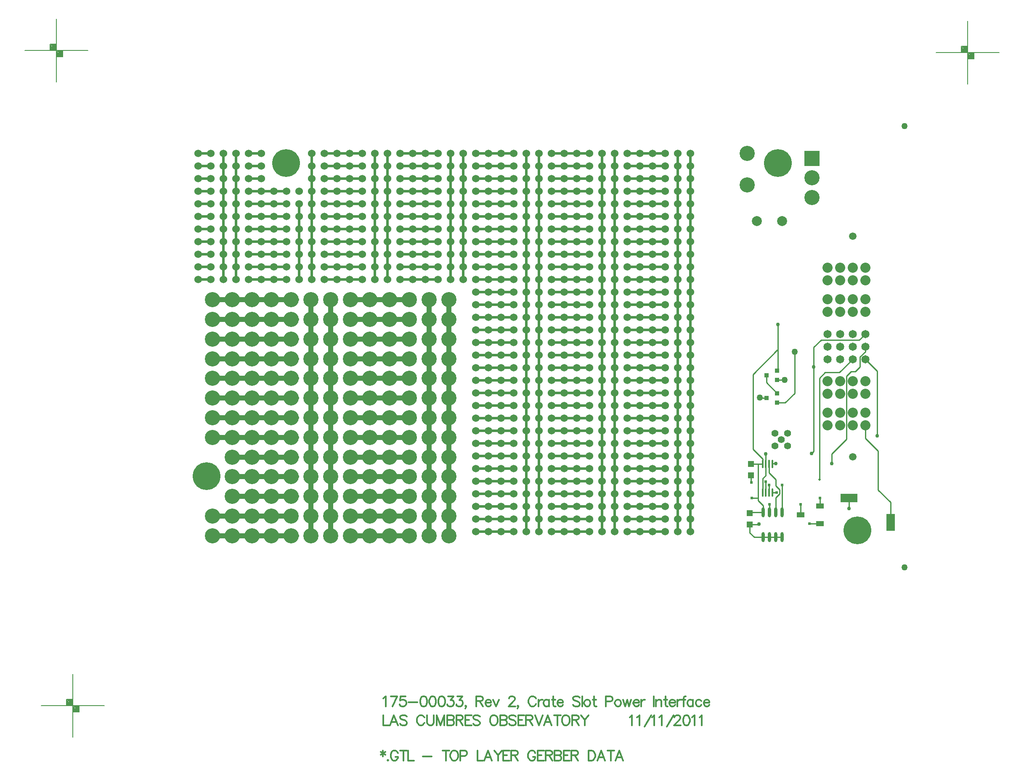
<source format=gtl>
%FSLAX23Y23*%
%MOIN*%
G70*
G01*
G75*
G04 Layer_Physical_Order=1*
G04 Layer_Color=255*
%ADD10R,0.135X0.070*%
%ADD11O,0.024X0.079*%
%ADD12R,0.036X0.036*%
%ADD13O,0.014X0.067*%
%ADD14R,0.059X0.039*%
%ADD15R,0.050X0.050*%
%ADD16R,0.070X0.135*%
%ADD17C,0.020*%
%ADD18C,0.040*%
%ADD19C,0.010*%
%ADD20C,0.012*%
%ADD21C,0.008*%
%ADD22C,0.012*%
%ADD23C,0.012*%
%ADD24C,0.120*%
%ADD25C,0.060*%
%ADD26C,0.220*%
%ADD27C,0.050*%
%ADD28C,0.059*%
%ADD29C,0.080*%
%ADD30C,0.065*%
%ADD31C,0.079*%
%ADD32R,0.120X0.120*%
%ADD33C,0.055*%
%ADD34C,0.030*%
%ADD35C,0.024*%
%ADD36C,0.020*%
D10*
X25721Y16085D02*
D03*
D11*
X25191Y15972D02*
D03*
X25141D02*
D03*
X25091D02*
D03*
X25041D02*
D03*
X25191Y15775D02*
D03*
X25141D02*
D03*
X25091D02*
D03*
X25041D02*
D03*
D12*
X25153Y16916D02*
D03*
X25067Y16879D02*
D03*
X25153Y16842D02*
D03*
Y17096D02*
D03*
X25067Y17059D02*
D03*
X25153Y17022D02*
D03*
D13*
X25114Y16356D02*
D03*
X25089D02*
D03*
X25063D02*
D03*
X25038D02*
D03*
X25114Y16131D02*
D03*
X25089D02*
D03*
X25063D02*
D03*
X25038D02*
D03*
D14*
X25493Y16022D02*
D03*
X25339Y15953D02*
D03*
X25493Y15884D02*
D03*
D15*
X24936Y15878D02*
D03*
Y15968D02*
D03*
X24946Y16268D02*
D03*
Y16358D02*
D03*
D16*
X26051Y15893D02*
D03*
D17*
X21566Y18519D02*
X21866D01*
X21566Y18619D02*
X21866D01*
X21566Y18719D02*
X21866D01*
X21566Y18819D02*
X21866D01*
X21966Y18419D02*
Y18823D01*
X22066Y18419D02*
Y18823D01*
X21566Y17919D02*
X21866D01*
X21566Y18019D02*
X21866D01*
X21566Y18119D02*
X21866D01*
X21566Y18219D02*
X21866D01*
X21566Y18319D02*
X21866D01*
X21566Y18419D02*
X21866D01*
X21966Y17819D02*
Y18419D01*
X22066Y17813D02*
Y18419D01*
X21466Y17842D02*
Y18419D01*
X21366Y17829D02*
Y18419D01*
X20966D02*
X21266D01*
X20966Y18319D02*
X21266D01*
X20966Y18219D02*
X21266D01*
X20966Y18119D02*
X21266D01*
X20966Y18019D02*
X21266D01*
X20966Y17919D02*
X21266D01*
X21466Y18419D02*
Y18823D01*
X20966Y18819D02*
X21066D01*
X20966Y18719D02*
X21066D01*
X20966Y18619D02*
X21066D01*
X20966Y18519D02*
X21266D01*
X20866Y17813D02*
Y18419D01*
X20766Y17813D02*
Y18419D01*
X20566D02*
X20666D01*
X20566Y18319D02*
X20666D01*
X20566Y18219D02*
X20666D01*
X20566Y18119D02*
X20666D01*
X20566Y18019D02*
X20666D01*
X20566Y17919D02*
X20666D01*
X20866Y18419D02*
Y18819D01*
X20766Y18419D02*
Y18819D01*
X20566D02*
X20666D01*
X20566Y18719D02*
X20666D01*
X20566Y18619D02*
X20666D01*
X20566Y18519D02*
X20666D01*
X20566Y17819D02*
X20666D01*
X20966D02*
X21266D01*
X21566D02*
X21866D01*
X23966Y15919D02*
X24266D01*
X23966Y16019D02*
X24266D01*
X23966Y16119D02*
X24266D01*
X23966Y16219D02*
X24266D01*
X23966Y16319D02*
X24266D01*
X23966Y16419D02*
X24266D01*
X24366Y15819D02*
Y16419D01*
X24466Y15819D02*
Y16419D01*
X23966Y15819D02*
X24266D01*
X23366D02*
X23666D01*
X23866D02*
Y16419D01*
X23766Y15819D02*
Y16419D01*
X23366D02*
X23666D01*
X23366Y16319D02*
X23666D01*
X23366Y16219D02*
X23666D01*
X23366Y16119D02*
X23666D01*
X23366Y16019D02*
X23666D01*
X23366Y15919D02*
X23666D01*
X22766Y15819D02*
X23066D01*
X23266D02*
Y16419D01*
X23166Y15819D02*
Y16419D01*
X22766D02*
X23066D01*
X22766Y16319D02*
X23066D01*
X22766Y16219D02*
X23066D01*
X22766Y16119D02*
X23066D01*
X22766Y16019D02*
X23066D01*
X22766Y15919D02*
X23066D01*
X23966Y17219D02*
X24266D01*
X23966Y17319D02*
X24266D01*
X23966Y17419D02*
X24266D01*
X23966Y17519D02*
X24266D01*
X23966Y17619D02*
X24266D01*
X23966Y17719D02*
X24266D01*
X24366Y17119D02*
Y17719D01*
X24466Y17119D02*
Y17719D01*
X23966Y16619D02*
X24266D01*
X23966Y16719D02*
X24266D01*
X23966Y16819D02*
X24266D01*
X23966Y16919D02*
X24266D01*
X23966Y17019D02*
X24266D01*
X23966Y17119D02*
X24266D01*
X24366Y16419D02*
Y17119D01*
X24466Y16419D02*
Y17119D01*
X23866Y16419D02*
Y17119D01*
X23766Y16419D02*
Y17119D01*
X23366D02*
X23666D01*
X23366Y17019D02*
X23666D01*
X23366Y16919D02*
X23666D01*
X23366Y16819D02*
X23666D01*
X23366Y16719D02*
X23666D01*
X23366Y16619D02*
X23666D01*
X23866Y17119D02*
Y17719D01*
X23766Y17119D02*
Y17719D01*
X23366D02*
X23666D01*
X23366Y17619D02*
X23666D01*
X23366Y17519D02*
X23666D01*
X23366Y17419D02*
X23666D01*
X23366Y17319D02*
X23666D01*
X23366Y17219D02*
X23666D01*
X23266Y16419D02*
Y17119D01*
X23166Y16419D02*
Y17119D01*
X22766D02*
X23066D01*
X22766Y17019D02*
X23066D01*
X22766Y16919D02*
X23066D01*
X22766Y16819D02*
X23066D01*
X22766Y16719D02*
X23066D01*
X22766Y16619D02*
X23066D01*
X23266Y17119D02*
Y17719D01*
X23166Y17119D02*
Y17719D01*
X22766D02*
X23066D01*
X22766Y17619D02*
X23066D01*
X22766Y17519D02*
X23066D01*
X22766Y17419D02*
X23066D01*
X22766Y17319D02*
X23066D01*
X22766Y17219D02*
X23066D01*
X22766Y16519D02*
X23066D01*
X23366D02*
X23666D01*
X23966D02*
X24266D01*
X23966Y17819D02*
X24266D01*
X23366D02*
X23666D01*
X22766D02*
X23066D01*
X22166D02*
X22466D01*
X22166Y18519D02*
X22466D01*
X22166Y18619D02*
X22466D01*
X22166Y18719D02*
X22466D01*
X22166Y18819D02*
X22466D01*
X22566Y18419D02*
Y18823D01*
X22666Y18419D02*
Y18823D01*
X22166Y17919D02*
X22466D01*
X22166Y18019D02*
X22466D01*
X22166Y18119D02*
X22466D01*
X22166Y18219D02*
X22466D01*
X22166Y18319D02*
X22466D01*
X22166Y18419D02*
X22466D01*
X22566Y17819D02*
Y18419D01*
X22666Y17813D02*
Y18419D01*
X22766Y18519D02*
X23066D01*
X22766Y18619D02*
X23066D01*
X22766Y18719D02*
X23066D01*
X22766Y18819D02*
X23066D01*
X23166Y18419D02*
Y18823D01*
X23266Y18419D02*
Y18823D01*
X22766Y17919D02*
X23066D01*
X22766Y18019D02*
X23066D01*
X22766Y18119D02*
X23066D01*
X22766Y18219D02*
X23066D01*
X22766Y18319D02*
X23066D01*
X22766Y18419D02*
X23066D01*
X23166Y17719D02*
Y18419D01*
X23266Y17719D02*
Y18419D01*
X23366Y18519D02*
X23666D01*
X23366Y18619D02*
X23666D01*
X23366Y18719D02*
X23666D01*
X23366Y18819D02*
X23666D01*
X23766Y18419D02*
Y18823D01*
X23866Y18419D02*
Y18823D01*
X23366Y17919D02*
X23666D01*
X23366Y18019D02*
X23666D01*
X23366Y18119D02*
X23666D01*
X23366Y18219D02*
X23666D01*
X23366Y18319D02*
X23666D01*
X23366Y18419D02*
X23666D01*
X23766Y17719D02*
Y18419D01*
X23866Y17719D02*
Y18419D01*
X24466Y17719D02*
Y18419D01*
X24366Y17719D02*
Y18419D01*
X23966D02*
X24266D01*
X23966Y18319D02*
X24266D01*
X23966Y18219D02*
X24266D01*
X23966Y18119D02*
X24266D01*
X23966Y18019D02*
X24266D01*
X23966Y17919D02*
X24266D01*
X24466Y18419D02*
Y18823D01*
X24366Y18419D02*
Y18823D01*
X23966Y18819D02*
X24266D01*
X23966Y18719D02*
X24266D01*
X23966Y18619D02*
X24266D01*
X23966Y18519D02*
X24266D01*
X25153Y17096D02*
X25158Y17101D01*
D18*
X20678Y17659D02*
X21346D01*
X20678Y17503D02*
X21346D01*
X20678Y17347D02*
X21346D01*
X20678Y17191D02*
X21346D01*
X20678Y17035D02*
X21346D01*
X20678Y16879D02*
X21346D01*
X20678Y16723D02*
X21346D01*
X21770Y15787D02*
X22238D01*
X20666D02*
X21346D01*
X21770Y17659D02*
X22238D01*
X21770Y17503D02*
X22238D01*
X21770Y17347D02*
X22238D01*
X21770Y17191D02*
X22238D01*
X21770Y16255D02*
X22238D01*
X21770Y16411D02*
X22238D01*
X21770Y16567D02*
X22238D01*
X21770Y16723D02*
X22238D01*
X21770Y16879D02*
X22238D01*
X21770Y17035D02*
X22238D01*
X22394Y15787D02*
Y17659D01*
X22550Y15787D02*
Y17659D01*
X20878Y16879D02*
X21346D01*
X20878Y17035D02*
X21346D01*
X20878Y17191D02*
X21346D01*
X20878Y17347D02*
X21346D01*
X20878Y17503D02*
X21346D01*
X20878Y17659D02*
X21346D01*
X21458Y16723D02*
Y17659D01*
X21614Y16723D02*
Y17659D01*
X20678Y15943D02*
X21302D01*
X20878Y16099D02*
X21346D01*
X20878Y16255D02*
X21346D01*
X20878Y16411D02*
X21346D01*
X20678Y16567D02*
X21346D01*
X20878Y16723D02*
X21346D01*
X21458Y15787D02*
Y16723D01*
X21614Y15775D02*
Y16723D01*
X21770Y16099D02*
X22238D01*
X21770Y15943D02*
X22238D01*
D19*
X25114Y16356D02*
X25118Y16359D01*
X25141D01*
X25585Y16361D02*
Y16438D01*
X25701Y16554D01*
Y17054D01*
X25737Y17090D01*
X25773D01*
X25808Y17125D01*
Y17205D01*
X25851Y17248D01*
Y17288D01*
Y17188D02*
X25945Y17094D01*
X25646Y17083D02*
X25751Y17188D01*
X25442Y16457D02*
Y17282D01*
X25802Y17339D02*
X25851Y17388D01*
X25500Y17339D02*
X25802D01*
X25442Y17282D02*
X25500Y17339D01*
X25291Y16918D02*
Y17248D01*
X25721Y16003D02*
Y16085D01*
X25945Y16579D02*
Y17094D01*
X25487Y17038D02*
X25532Y17083D01*
X25646D01*
X24946Y16210D02*
X24947Y16209D01*
X24946Y16210D02*
Y16268D01*
X24953Y16087D02*
X25002D01*
Y16356D01*
Y16065D02*
Y16087D01*
X25492Y16085D02*
X25493Y16085D01*
X25002Y16356D02*
X25038D01*
X24949D02*
X25002D01*
Y16065D02*
X25041Y16026D01*
Y15972D02*
Y16026D01*
X24946Y16358D02*
X24949Y16356D01*
X25409Y15883D02*
X25410Y15884D01*
X25493D01*
X25091Y15972D02*
X25093Y15974D01*
Y16038D01*
X25339Y16037D02*
X25339Y16037D01*
Y15953D02*
Y16037D01*
X25089Y16286D02*
Y16356D01*
Y16286D02*
X25141Y16233D01*
Y16182D02*
Y16233D01*
Y15972D02*
Y16091D01*
X25148Y16131D02*
X25149Y16130D01*
X25114Y16131D02*
X25148D01*
X25089D02*
Y16190D01*
X25063Y16131D02*
Y16217D01*
Y16267D02*
Y16356D01*
X25038Y16241D02*
X25063Y16267D01*
X25038Y16131D02*
Y16241D01*
X24936Y15968D02*
X24939Y15972D01*
X25041D01*
X25141Y15775D02*
X25191D01*
X25091D02*
X25141D01*
X25041D02*
X25091D01*
X24971D02*
X25041D01*
X25016Y16882D02*
X25019Y16879D01*
X25067D01*
Y17002D02*
Y17059D01*
Y17002D02*
X25153Y16916D01*
Y17022D02*
X25211D01*
X25141Y16091D02*
X25171Y16121D01*
Y16152D01*
X25141Y16182D02*
X25171Y16152D01*
X25493Y16022D02*
Y16085D01*
X25191Y15972D02*
Y16191D01*
X24936Y15810D02*
Y15878D01*
Y15810D02*
X24971Y15775D01*
X25153Y16842D02*
X25215D01*
X25291Y16918D01*
X25487Y16233D02*
Y17038D01*
X25424Y16439D02*
X25442Y16457D01*
X25063Y16356D02*
Y16435D01*
X24936Y15878D02*
X25009D01*
X25009Y15879D01*
X25038Y16356D02*
Y16395D01*
X24960Y16472D02*
X25038Y16395D01*
X24960Y16472D02*
Y17068D01*
X25152Y17260D01*
X25158D01*
Y17101D02*
Y17260D01*
Y17463D01*
X25851Y16561D02*
Y16663D01*
Y16561D02*
X25953Y16459D01*
Y16150D02*
Y16459D01*
Y16150D02*
X26051Y16052D01*
Y15893D02*
Y16052D01*
D20*
X22029Y14083D02*
Y14037D01*
X22010Y14072D02*
X22048Y14049D01*
Y14072D02*
X22010Y14049D01*
X22069Y14011D02*
X22065Y14007D01*
X22069Y14003D01*
X22072Y14007D01*
X22069Y14011D01*
X22147Y14064D02*
X22143Y14072D01*
X22136Y14079D01*
X22128Y14083D01*
X22113D01*
X22105Y14079D01*
X22098Y14072D01*
X22094Y14064D01*
X22090Y14053D01*
Y14034D01*
X22094Y14022D01*
X22098Y14015D01*
X22105Y14007D01*
X22113Y14003D01*
X22128D01*
X22136Y14007D01*
X22143Y14015D01*
X22147Y14022D01*
Y14034D01*
X22128D02*
X22147D01*
X22192Y14083D02*
Y14003D01*
X22165Y14083D02*
X22219D01*
X22228D02*
Y14003D01*
X22274D01*
X22345Y14037D02*
X22414D01*
X22527Y14083D02*
Y14003D01*
X22500Y14083D02*
X22554D01*
X22586D02*
X22579Y14079D01*
X22571Y14072D01*
X22567Y14064D01*
X22563Y14053D01*
Y14034D01*
X22567Y14022D01*
X22571Y14015D01*
X22579Y14007D01*
X22586Y14003D01*
X22601D01*
X22609Y14007D01*
X22617Y14015D01*
X22620Y14022D01*
X22624Y14034D01*
Y14053D01*
X22620Y14064D01*
X22617Y14072D01*
X22609Y14079D01*
X22601Y14083D01*
X22586D01*
X22643Y14041D02*
X22677D01*
X22689Y14045D01*
X22692Y14049D01*
X22696Y14056D01*
Y14068D01*
X22692Y14075D01*
X22689Y14079D01*
X22677Y14083D01*
X22643D01*
Y14003D01*
X22777Y14083D02*
Y14003D01*
X22823D01*
X22892D02*
X22862Y14083D01*
X22831Y14003D01*
X22843Y14030D02*
X22881D01*
X22911Y14083D02*
X22942Y14045D01*
Y14003D01*
X22972Y14083D02*
X22942Y14045D01*
X23032Y14083D02*
X22982D01*
Y14003D01*
X23032D01*
X22982Y14045D02*
X23013D01*
X23045Y14083D02*
Y14003D01*
Y14083D02*
X23079D01*
X23091Y14079D01*
X23095Y14075D01*
X23098Y14068D01*
Y14060D01*
X23095Y14053D01*
X23091Y14049D01*
X23079Y14045D01*
X23045D01*
X23072D02*
X23098Y14003D01*
X23236Y14064D02*
X23233Y14072D01*
X23225Y14079D01*
X23217Y14083D01*
X23202D01*
X23194Y14079D01*
X23187Y14072D01*
X23183Y14064D01*
X23179Y14053D01*
Y14034D01*
X23183Y14022D01*
X23187Y14015D01*
X23194Y14007D01*
X23202Y14003D01*
X23217D01*
X23225Y14007D01*
X23233Y14015D01*
X23236Y14022D01*
Y14034D01*
X23217D02*
X23236D01*
X23304Y14083D02*
X23255D01*
Y14003D01*
X23304D01*
X23255Y14045D02*
X23285D01*
X23317Y14083D02*
Y14003D01*
Y14083D02*
X23352D01*
X23363Y14079D01*
X23367Y14075D01*
X23371Y14068D01*
Y14060D01*
X23367Y14053D01*
X23363Y14049D01*
X23352Y14045D01*
X23317D01*
X23344D02*
X23371Y14003D01*
X23389Y14083D02*
Y14003D01*
Y14083D02*
X23423D01*
X23434Y14079D01*
X23438Y14075D01*
X23442Y14068D01*
Y14060D01*
X23438Y14053D01*
X23434Y14049D01*
X23423Y14045D01*
X23389D02*
X23423D01*
X23434Y14041D01*
X23438Y14037D01*
X23442Y14030D01*
Y14018D01*
X23438Y14011D01*
X23434Y14007D01*
X23423Y14003D01*
X23389D01*
X23509Y14083D02*
X23460D01*
Y14003D01*
X23509D01*
X23460Y14045D02*
X23490D01*
X23523Y14083D02*
Y14003D01*
Y14083D02*
X23557D01*
X23568Y14079D01*
X23572Y14075D01*
X23576Y14068D01*
Y14060D01*
X23572Y14053D01*
X23568Y14049D01*
X23557Y14045D01*
X23523D01*
X23549D02*
X23576Y14003D01*
X23657Y14083D02*
Y14003D01*
Y14083D02*
X23683D01*
X23695Y14079D01*
X23703Y14072D01*
X23706Y14064D01*
X23710Y14053D01*
Y14034D01*
X23706Y14022D01*
X23703Y14015D01*
X23695Y14007D01*
X23683Y14003D01*
X23657D01*
X23789D02*
X23759Y14083D01*
X23728Y14003D01*
X23739Y14030D02*
X23778D01*
X23834Y14083D02*
Y14003D01*
X23808Y14083D02*
X23861D01*
X23931Y14003D02*
X23901Y14083D01*
X23870Y14003D01*
X23882Y14030D02*
X23920D01*
D21*
X19321Y14441D02*
X19821D01*
X19571Y14191D02*
Y14691D01*
X19521Y14441D02*
Y14491D01*
X19571D01*
X19621Y14391D02*
Y14441D01*
X19571Y14391D02*
X19621D01*
X19576Y14436D02*
X19616D01*
Y14396D02*
Y14436D01*
X19576Y14396D02*
X19616D01*
X19576D02*
Y14436D01*
X19581Y14431D02*
X19611D01*
Y14401D02*
Y14431D01*
X19581Y14401D02*
X19611D01*
X19581D02*
Y14426D01*
X19586D02*
X19606D01*
Y14406D02*
Y14426D01*
X19586Y14406D02*
X19606D01*
X19586D02*
Y14421D01*
X19591D02*
X19601D01*
Y14411D02*
Y14421D01*
X19591Y14411D02*
X19601D01*
X19591D02*
Y14421D01*
Y14416D02*
X19601D01*
X19526Y14486D02*
X19566D01*
Y14446D02*
Y14486D01*
X19526Y14446D02*
X19566D01*
X19526D02*
Y14486D01*
X19531Y14481D02*
X19561D01*
Y14451D02*
Y14481D01*
X19531Y14451D02*
X19561D01*
X19531D02*
Y14476D01*
X19536D02*
X19556D01*
Y14456D02*
Y14476D01*
X19536Y14456D02*
X19556D01*
X19536D02*
Y14471D01*
X19541D02*
X19551D01*
Y14461D02*
Y14471D01*
X19541Y14461D02*
X19551D01*
X19541D02*
Y14471D01*
Y14466D02*
X19551D01*
X19192Y19635D02*
X19692D01*
X19442Y19385D02*
Y19885D01*
X19392Y19635D02*
Y19685D01*
X19442D01*
X19492Y19585D02*
Y19635D01*
X19442Y19585D02*
X19492D01*
X19447Y19630D02*
X19487D01*
Y19590D02*
Y19630D01*
X19447Y19590D02*
X19487D01*
X19447D02*
Y19630D01*
X19452Y19625D02*
X19482D01*
Y19595D02*
Y19625D01*
X19452Y19595D02*
X19482D01*
X19452D02*
Y19620D01*
X19457D02*
X19477D01*
Y19600D02*
Y19620D01*
X19457Y19600D02*
X19477D01*
X19457D02*
Y19615D01*
X19462D02*
X19472D01*
Y19605D02*
Y19615D01*
X19462Y19605D02*
X19472D01*
X19462D02*
Y19615D01*
Y19610D02*
X19472D01*
X19397Y19680D02*
X19437D01*
Y19640D02*
Y19680D01*
X19397Y19640D02*
X19437D01*
X19397D02*
Y19680D01*
X19402Y19675D02*
X19432D01*
Y19645D02*
Y19675D01*
X19402Y19645D02*
X19432D01*
X19402D02*
Y19670D01*
X19407D02*
X19427D01*
Y19650D02*
Y19670D01*
X19407Y19650D02*
X19427D01*
X19407D02*
Y19665D01*
X19412D02*
X19422D01*
Y19655D02*
Y19665D01*
X19412Y19655D02*
X19422D01*
X19412D02*
Y19665D01*
Y19660D02*
X19422D01*
X26412Y19619D02*
X26912D01*
X26662Y19369D02*
Y19869D01*
X26612Y19619D02*
Y19669D01*
X26662D01*
X26712Y19569D02*
Y19619D01*
X26662Y19569D02*
X26712D01*
X26667Y19614D02*
X26707D01*
Y19574D02*
Y19614D01*
X26667Y19574D02*
X26707D01*
X26667D02*
Y19614D01*
X26672Y19609D02*
X26702D01*
Y19579D02*
Y19609D01*
X26672Y19579D02*
X26702D01*
X26672D02*
Y19604D01*
X26677D02*
X26697D01*
Y19584D02*
Y19604D01*
X26677Y19584D02*
X26697D01*
X26677D02*
Y19599D01*
X26682D02*
X26692D01*
Y19589D02*
Y19599D01*
X26682Y19589D02*
X26692D01*
X26682D02*
Y19599D01*
Y19594D02*
X26692D01*
X26617Y19664D02*
X26657D01*
Y19624D02*
Y19664D01*
X26617Y19624D02*
X26657D01*
X26617D02*
Y19664D01*
X26622Y19659D02*
X26652D01*
Y19629D02*
Y19659D01*
X26622Y19629D02*
X26652D01*
X26622D02*
Y19654D01*
X26627D02*
X26647D01*
Y19634D02*
Y19654D01*
X26627Y19634D02*
X26647D01*
X26627D02*
Y19649D01*
X26632D02*
X26642D01*
Y19639D02*
Y19649D01*
X26632Y19639D02*
X26642D01*
X26632D02*
Y19649D01*
Y19644D02*
X26642D01*
D22*
X22031Y14498D02*
X22039Y14502D01*
X22050Y14514D01*
Y14434D01*
X22143Y14514D02*
X22105Y14434D01*
X22090Y14514D02*
X22143D01*
X22207D02*
X22169D01*
X22165Y14479D01*
X22169Y14483D01*
X22180Y14487D01*
X22192D01*
X22203Y14483D01*
X22211Y14476D01*
X22215Y14464D01*
Y14457D01*
X22211Y14445D01*
X22203Y14438D01*
X22192Y14434D01*
X22180D01*
X22169Y14438D01*
X22165Y14441D01*
X22161Y14449D01*
X22232Y14468D02*
X22301D01*
X22347Y14514D02*
X22336Y14510D01*
X22328Y14498D01*
X22325Y14479D01*
Y14468D01*
X22328Y14449D01*
X22336Y14438D01*
X22347Y14434D01*
X22355D01*
X22367Y14438D01*
X22374Y14449D01*
X22378Y14468D01*
Y14479D01*
X22374Y14498D01*
X22367Y14510D01*
X22355Y14514D01*
X22347D01*
X22419D02*
X22407Y14510D01*
X22400Y14498D01*
X22396Y14479D01*
Y14468D01*
X22400Y14449D01*
X22407Y14438D01*
X22419Y14434D01*
X22426D01*
X22438Y14438D01*
X22445Y14449D01*
X22449Y14468D01*
Y14479D01*
X22445Y14498D01*
X22438Y14510D01*
X22426Y14514D01*
X22419D01*
X22490D02*
X22478Y14510D01*
X22471Y14498D01*
X22467Y14479D01*
Y14468D01*
X22471Y14449D01*
X22478Y14438D01*
X22490Y14434D01*
X22498D01*
X22509Y14438D01*
X22517Y14449D01*
X22520Y14468D01*
Y14479D01*
X22517Y14498D01*
X22509Y14510D01*
X22498Y14514D01*
X22490D01*
X22546D02*
X22588D01*
X22565Y14483D01*
X22576D01*
X22584Y14479D01*
X22588Y14476D01*
X22592Y14464D01*
Y14457D01*
X22588Y14445D01*
X22580Y14438D01*
X22569Y14434D01*
X22557D01*
X22546Y14438D01*
X22542Y14441D01*
X22538Y14449D01*
X22617Y14514D02*
X22659D01*
X22636Y14483D01*
X22648D01*
X22655Y14479D01*
X22659Y14476D01*
X22663Y14464D01*
Y14457D01*
X22659Y14445D01*
X22651Y14438D01*
X22640Y14434D01*
X22629D01*
X22617Y14438D01*
X22613Y14441D01*
X22610Y14449D01*
X22688Y14438D02*
X22685Y14434D01*
X22681Y14438D01*
X22685Y14441D01*
X22688Y14438D01*
Y14430D01*
X22685Y14422D01*
X22681Y14418D01*
X22769Y14514D02*
Y14434D01*
Y14514D02*
X22803D01*
X22814Y14510D01*
X22818Y14506D01*
X22822Y14498D01*
Y14491D01*
X22818Y14483D01*
X22814Y14479D01*
X22803Y14476D01*
X22769D01*
X22795D02*
X22822Y14434D01*
X22840Y14464D02*
X22886D01*
Y14472D01*
X22882Y14479D01*
X22878Y14483D01*
X22870Y14487D01*
X22859D01*
X22851Y14483D01*
X22844Y14476D01*
X22840Y14464D01*
Y14457D01*
X22844Y14445D01*
X22851Y14438D01*
X22859Y14434D01*
X22870D01*
X22878Y14438D01*
X22886Y14445D01*
X22903Y14487D02*
X22926Y14434D01*
X22948Y14487D02*
X22926Y14434D01*
X23028Y14495D02*
Y14498D01*
X23032Y14506D01*
X23036Y14510D01*
X23043Y14514D01*
X23059D01*
X23066Y14510D01*
X23070Y14506D01*
X23074Y14498D01*
Y14491D01*
X23070Y14483D01*
X23062Y14472D01*
X23024Y14434D01*
X23078D01*
X23103Y14438D02*
X23099Y14434D01*
X23095Y14438D01*
X23099Y14441D01*
X23103Y14438D01*
Y14430D01*
X23099Y14422D01*
X23095Y14418D01*
X23241Y14495D02*
X23237Y14502D01*
X23229Y14510D01*
X23222Y14514D01*
X23206D01*
X23199Y14510D01*
X23191Y14502D01*
X23187Y14495D01*
X23183Y14483D01*
Y14464D01*
X23187Y14453D01*
X23191Y14445D01*
X23199Y14438D01*
X23206Y14434D01*
X23222D01*
X23229Y14438D01*
X23237Y14445D01*
X23241Y14453D01*
X23263Y14487D02*
Y14434D01*
Y14464D02*
X23267Y14476D01*
X23275Y14483D01*
X23282Y14487D01*
X23294D01*
X23346D02*
Y14434D01*
Y14476D02*
X23339Y14483D01*
X23331Y14487D01*
X23320D01*
X23312Y14483D01*
X23305Y14476D01*
X23301Y14464D01*
Y14457D01*
X23305Y14445D01*
X23312Y14438D01*
X23320Y14434D01*
X23331D01*
X23339Y14438D01*
X23346Y14445D01*
X23379Y14514D02*
Y14449D01*
X23383Y14438D01*
X23391Y14434D01*
X23398D01*
X23368Y14487D02*
X23394D01*
X23410Y14464D02*
X23455D01*
Y14472D01*
X23452Y14479D01*
X23448Y14483D01*
X23440Y14487D01*
X23429D01*
X23421Y14483D01*
X23414Y14476D01*
X23410Y14464D01*
Y14457D01*
X23414Y14445D01*
X23421Y14438D01*
X23429Y14434D01*
X23440D01*
X23448Y14438D01*
X23455Y14445D01*
X23589Y14502D02*
X23581Y14510D01*
X23570Y14514D01*
X23554D01*
X23543Y14510D01*
X23535Y14502D01*
Y14495D01*
X23539Y14487D01*
X23543Y14483D01*
X23551Y14479D01*
X23573Y14472D01*
X23581Y14468D01*
X23585Y14464D01*
X23589Y14457D01*
Y14445D01*
X23581Y14438D01*
X23570Y14434D01*
X23554D01*
X23543Y14438D01*
X23535Y14445D01*
X23607Y14514D02*
Y14434D01*
X23642Y14487D02*
X23635Y14483D01*
X23627Y14476D01*
X23623Y14464D01*
Y14457D01*
X23627Y14445D01*
X23635Y14438D01*
X23642Y14434D01*
X23654D01*
X23661Y14438D01*
X23669Y14445D01*
X23673Y14457D01*
Y14464D01*
X23669Y14476D01*
X23661Y14483D01*
X23654Y14487D01*
X23642D01*
X23702Y14514D02*
Y14449D01*
X23706Y14438D01*
X23713Y14434D01*
X23721D01*
X23690Y14487D02*
X23717D01*
X23795Y14472D02*
X23829D01*
X23841Y14476D01*
X23845Y14479D01*
X23848Y14487D01*
Y14498D01*
X23845Y14506D01*
X23841Y14510D01*
X23829Y14514D01*
X23795D01*
Y14434D01*
X23885Y14487D02*
X23878Y14483D01*
X23870Y14476D01*
X23866Y14464D01*
Y14457D01*
X23870Y14445D01*
X23878Y14438D01*
X23885Y14434D01*
X23897D01*
X23904Y14438D01*
X23912Y14445D01*
X23916Y14457D01*
Y14464D01*
X23912Y14476D01*
X23904Y14483D01*
X23897Y14487D01*
X23885D01*
X23933D02*
X23949Y14434D01*
X23964Y14487D02*
X23949Y14434D01*
X23964Y14487D02*
X23979Y14434D01*
X23994Y14487D02*
X23979Y14434D01*
X24013Y14464D02*
X24059D01*
Y14472D01*
X24055Y14479D01*
X24051Y14483D01*
X24043Y14487D01*
X24032D01*
X24024Y14483D01*
X24017Y14476D01*
X24013Y14464D01*
Y14457D01*
X24017Y14445D01*
X24024Y14438D01*
X24032Y14434D01*
X24043D01*
X24051Y14438D01*
X24059Y14445D01*
X24076Y14487D02*
Y14434D01*
Y14464D02*
X24080Y14476D01*
X24087Y14483D01*
X24095Y14487D01*
X24106D01*
X24176Y14514D02*
Y14434D01*
X24193Y14487D02*
Y14434D01*
Y14472D02*
X24205Y14483D01*
X24212Y14487D01*
X24224D01*
X24231Y14483D01*
X24235Y14472D01*
Y14434D01*
X24267Y14514D02*
Y14449D01*
X24271Y14438D01*
X24279Y14434D01*
X24286D01*
X24256Y14487D02*
X24283D01*
X24298Y14464D02*
X24344D01*
Y14472D01*
X24340Y14479D01*
X24336Y14483D01*
X24328Y14487D01*
X24317D01*
X24309Y14483D01*
X24302Y14476D01*
X24298Y14464D01*
Y14457D01*
X24302Y14445D01*
X24309Y14438D01*
X24317Y14434D01*
X24328D01*
X24336Y14438D01*
X24344Y14445D01*
X24361Y14487D02*
Y14434D01*
Y14464D02*
X24365Y14476D01*
X24372Y14483D01*
X24380Y14487D01*
X24391D01*
X24429Y14514D02*
X24421D01*
X24414Y14510D01*
X24410Y14498D01*
Y14434D01*
X24398Y14487D02*
X24425D01*
X24486D02*
Y14434D01*
Y14476D02*
X24478Y14483D01*
X24471Y14487D01*
X24459D01*
X24452Y14483D01*
X24444Y14476D01*
X24440Y14464D01*
Y14457D01*
X24444Y14445D01*
X24452Y14438D01*
X24459Y14434D01*
X24471D01*
X24478Y14438D01*
X24486Y14445D01*
X24553Y14476D02*
X24545Y14483D01*
X24538Y14487D01*
X24526D01*
X24519Y14483D01*
X24511Y14476D01*
X24507Y14464D01*
Y14457D01*
X24511Y14445D01*
X24519Y14438D01*
X24526Y14434D01*
X24538D01*
X24545Y14438D01*
X24553Y14445D01*
X24570Y14464D02*
X24616D01*
Y14472D01*
X24612Y14479D01*
X24608Y14483D01*
X24601Y14487D01*
X24589D01*
X24582Y14483D01*
X24574Y14476D01*
X24570Y14464D01*
Y14457D01*
X24574Y14445D01*
X24582Y14438D01*
X24589Y14434D01*
X24601D01*
X24608Y14438D01*
X24616Y14445D01*
D23*
X22031Y14364D02*
Y14284D01*
X22077D01*
X22147D02*
X22116Y14364D01*
X22086Y14284D01*
X22097Y14310D02*
X22135D01*
X22219Y14352D02*
X22211Y14360D01*
X22200Y14364D01*
X22184D01*
X22173Y14360D01*
X22165Y14352D01*
Y14345D01*
X22169Y14337D01*
X22173Y14333D01*
X22181Y14329D01*
X22204Y14322D01*
X22211Y14318D01*
X22215Y14314D01*
X22219Y14307D01*
Y14295D01*
X22211Y14287D01*
X22200Y14284D01*
X22184D01*
X22173Y14287D01*
X22165Y14295D01*
X22357Y14345D02*
X22353Y14352D01*
X22345Y14360D01*
X22338Y14364D01*
X22322D01*
X22315Y14360D01*
X22307Y14352D01*
X22303Y14345D01*
X22299Y14333D01*
Y14314D01*
X22303Y14303D01*
X22307Y14295D01*
X22315Y14287D01*
X22322Y14284D01*
X22338D01*
X22345Y14287D01*
X22353Y14295D01*
X22357Y14303D01*
X22379Y14364D02*
Y14307D01*
X22383Y14295D01*
X22391Y14287D01*
X22402Y14284D01*
X22410D01*
X22421Y14287D01*
X22429Y14295D01*
X22432Y14307D01*
Y14364D01*
X22454D02*
Y14284D01*
Y14364D02*
X22485Y14284D01*
X22515Y14364D02*
X22485Y14284D01*
X22515Y14364D02*
Y14284D01*
X22538Y14364D02*
Y14284D01*
Y14364D02*
X22573D01*
X22584Y14360D01*
X22588Y14356D01*
X22592Y14348D01*
Y14341D01*
X22588Y14333D01*
X22584Y14329D01*
X22573Y14326D01*
X22538D02*
X22573D01*
X22584Y14322D01*
X22588Y14318D01*
X22592Y14310D01*
Y14299D01*
X22588Y14291D01*
X22584Y14287D01*
X22573Y14284D01*
X22538D01*
X22610Y14364D02*
Y14284D01*
Y14364D02*
X22644D01*
X22655Y14360D01*
X22659Y14356D01*
X22663Y14348D01*
Y14341D01*
X22659Y14333D01*
X22655Y14329D01*
X22644Y14326D01*
X22610D01*
X22636D02*
X22663Y14284D01*
X22730Y14364D02*
X22681D01*
Y14284D01*
X22730D01*
X22681Y14326D02*
X22711D01*
X22797Y14352D02*
X22789Y14360D01*
X22778Y14364D01*
X22763D01*
X22751Y14360D01*
X22744Y14352D01*
Y14345D01*
X22747Y14337D01*
X22751Y14333D01*
X22759Y14329D01*
X22782Y14322D01*
X22789Y14318D01*
X22793Y14314D01*
X22797Y14307D01*
Y14295D01*
X22789Y14287D01*
X22778Y14284D01*
X22763D01*
X22751Y14287D01*
X22744Y14295D01*
X22900Y14364D02*
X22893Y14360D01*
X22885Y14352D01*
X22881Y14345D01*
X22878Y14333D01*
Y14314D01*
X22881Y14303D01*
X22885Y14295D01*
X22893Y14287D01*
X22900Y14284D01*
X22916D01*
X22923Y14287D01*
X22931Y14295D01*
X22935Y14303D01*
X22939Y14314D01*
Y14333D01*
X22935Y14345D01*
X22931Y14352D01*
X22923Y14360D01*
X22916Y14364D01*
X22900D01*
X22957D02*
Y14284D01*
Y14364D02*
X22992D01*
X23003Y14360D01*
X23007Y14356D01*
X23011Y14348D01*
Y14341D01*
X23007Y14333D01*
X23003Y14329D01*
X22992Y14326D01*
X22957D02*
X22992D01*
X23003Y14322D01*
X23007Y14318D01*
X23011Y14310D01*
Y14299D01*
X23007Y14291D01*
X23003Y14287D01*
X22992Y14284D01*
X22957D01*
X23082Y14352D02*
X23074Y14360D01*
X23063Y14364D01*
X23048D01*
X23036Y14360D01*
X23028Y14352D01*
Y14345D01*
X23032Y14337D01*
X23036Y14333D01*
X23044Y14329D01*
X23067Y14322D01*
X23074Y14318D01*
X23078Y14314D01*
X23082Y14307D01*
Y14295D01*
X23074Y14287D01*
X23063Y14284D01*
X23048D01*
X23036Y14287D01*
X23028Y14295D01*
X23149Y14364D02*
X23100D01*
Y14284D01*
X23149D01*
X23100Y14326D02*
X23130D01*
X23163Y14364D02*
Y14284D01*
Y14364D02*
X23197D01*
X23208Y14360D01*
X23212Y14356D01*
X23216Y14348D01*
Y14341D01*
X23212Y14333D01*
X23208Y14329D01*
X23197Y14326D01*
X23163D01*
X23189D02*
X23216Y14284D01*
X23234Y14364D02*
X23264Y14284D01*
X23295Y14364D02*
X23264Y14284D01*
X23366D02*
X23335Y14364D01*
X23305Y14284D01*
X23316Y14310D02*
X23354D01*
X23411Y14364D02*
Y14284D01*
X23385Y14364D02*
X23438D01*
X23470D02*
X23463Y14360D01*
X23455Y14352D01*
X23451Y14345D01*
X23447Y14333D01*
Y14314D01*
X23451Y14303D01*
X23455Y14295D01*
X23463Y14287D01*
X23470Y14284D01*
X23486D01*
X23493Y14287D01*
X23501Y14295D01*
X23505Y14303D01*
X23508Y14314D01*
Y14333D01*
X23505Y14345D01*
X23501Y14352D01*
X23493Y14360D01*
X23486Y14364D01*
X23470D01*
X23527D02*
Y14284D01*
Y14364D02*
X23561D01*
X23573Y14360D01*
X23577Y14356D01*
X23580Y14348D01*
Y14341D01*
X23577Y14333D01*
X23573Y14329D01*
X23561Y14326D01*
X23527D01*
X23554D02*
X23580Y14284D01*
X23598Y14364D02*
X23629Y14326D01*
Y14284D01*
X23659Y14364D02*
X23629Y14326D01*
X23984Y14348D02*
X23991Y14352D01*
X24003Y14364D01*
Y14284D01*
X24042Y14348D02*
X24050Y14352D01*
X24061Y14364D01*
Y14284D01*
X24101Y14272D02*
X24154Y14364D01*
X24160Y14348D02*
X24167Y14352D01*
X24179Y14364D01*
Y14284D01*
X24218Y14348D02*
X24226Y14352D01*
X24237Y14364D01*
Y14284D01*
X24277Y14272D02*
X24330Y14364D01*
X24339Y14345D02*
Y14348D01*
X24343Y14356D01*
X24347Y14360D01*
X24355Y14364D01*
X24370D01*
X24378Y14360D01*
X24381Y14356D01*
X24385Y14348D01*
Y14341D01*
X24381Y14333D01*
X24374Y14322D01*
X24336Y14284D01*
X24389D01*
X24430Y14364D02*
X24418Y14360D01*
X24411Y14348D01*
X24407Y14329D01*
Y14318D01*
X24411Y14299D01*
X24418Y14287D01*
X24430Y14284D01*
X24437D01*
X24449Y14287D01*
X24456Y14299D01*
X24460Y14318D01*
Y14329D01*
X24456Y14348D01*
X24449Y14360D01*
X24437Y14364D01*
X24430D01*
X24478Y14348D02*
X24486Y14352D01*
X24497Y14364D01*
Y14284D01*
X24537Y14348D02*
X24544Y14352D01*
X24556Y14364D01*
Y14284D01*
D24*
X24916Y18819D02*
D03*
Y18569D02*
D03*
X20678Y15943D02*
D03*
Y15787D02*
D03*
Y16723D02*
D03*
Y16567D02*
D03*
Y17659D02*
D03*
Y17503D02*
D03*
Y17347D02*
D03*
Y17191D02*
D03*
Y17035D02*
D03*
Y16879D02*
D03*
X22550Y15787D02*
D03*
X22394D02*
D03*
X22238D02*
D03*
X22082D02*
D03*
X21926D02*
D03*
X21770D02*
D03*
X20834D02*
D03*
X20990D02*
D03*
X21146D02*
D03*
X21302D02*
D03*
X21458D02*
D03*
X21614D02*
D03*
X21770Y17659D02*
D03*
X21926D02*
D03*
X22082D02*
D03*
X22238D02*
D03*
X22394D02*
D03*
X22550D02*
D03*
X21770Y17503D02*
D03*
X21926D02*
D03*
X22082D02*
D03*
X22238D02*
D03*
X22394D02*
D03*
X22550D02*
D03*
X21770Y17347D02*
D03*
X21926D02*
D03*
X22082D02*
D03*
X22238D02*
D03*
X22394D02*
D03*
X22550D02*
D03*
X21770Y17191D02*
D03*
X21926D02*
D03*
X22082D02*
D03*
X22238D02*
D03*
X22394D02*
D03*
X22550D02*
D03*
Y16255D02*
D03*
X22394D02*
D03*
X22238D02*
D03*
X22082D02*
D03*
X21926D02*
D03*
X21770D02*
D03*
X22550Y16411D02*
D03*
X22394D02*
D03*
X22238D02*
D03*
X22082D02*
D03*
X21926D02*
D03*
X21770D02*
D03*
X22550Y16567D02*
D03*
X22394D02*
D03*
X22238D02*
D03*
X22082D02*
D03*
X21926D02*
D03*
X21770D02*
D03*
X22550Y16723D02*
D03*
X22394D02*
D03*
X22238D02*
D03*
X22082D02*
D03*
X21926D02*
D03*
X21770D02*
D03*
X22550Y16879D02*
D03*
X22394D02*
D03*
X22238D02*
D03*
X22082D02*
D03*
X21926D02*
D03*
X21770D02*
D03*
Y17035D02*
D03*
X21926D02*
D03*
X22082D02*
D03*
X22238D02*
D03*
X22394D02*
D03*
X22550D02*
D03*
X21614Y16879D02*
D03*
X21458D02*
D03*
X21302D02*
D03*
X21146D02*
D03*
X20990D02*
D03*
X20834D02*
D03*
X21614Y17035D02*
D03*
X21458D02*
D03*
X21302D02*
D03*
X21146D02*
D03*
X20990D02*
D03*
X20834D02*
D03*
X21614Y17191D02*
D03*
X21458D02*
D03*
X21302D02*
D03*
X21146D02*
D03*
X20990D02*
D03*
X20834D02*
D03*
X21614Y17347D02*
D03*
X21458D02*
D03*
X21302D02*
D03*
X21146D02*
D03*
X20990D02*
D03*
X20834D02*
D03*
X21614Y17503D02*
D03*
X21458D02*
D03*
X21302D02*
D03*
X21146D02*
D03*
X20990D02*
D03*
X20834D02*
D03*
Y17659D02*
D03*
X20990D02*
D03*
X21146D02*
D03*
X21302D02*
D03*
X21458D02*
D03*
X21614D02*
D03*
Y15943D02*
D03*
X21458D02*
D03*
X21302D02*
D03*
X21146D02*
D03*
X20990D02*
D03*
X20834D02*
D03*
X21614Y16099D02*
D03*
X21458D02*
D03*
X21302D02*
D03*
X21146D02*
D03*
X20990D02*
D03*
X20834D02*
D03*
X21614Y16255D02*
D03*
X21458D02*
D03*
X21302D02*
D03*
X21146D02*
D03*
X20990D02*
D03*
X20834D02*
D03*
X21614Y16411D02*
D03*
X21458D02*
D03*
X21302D02*
D03*
X21146D02*
D03*
X20990D02*
D03*
X20834D02*
D03*
X21614Y16567D02*
D03*
X21458D02*
D03*
X21302D02*
D03*
X21146D02*
D03*
X20990D02*
D03*
X20834D02*
D03*
Y16723D02*
D03*
X20990D02*
D03*
X21146D02*
D03*
X21302D02*
D03*
X21458D02*
D03*
X21614D02*
D03*
X21770Y16099D02*
D03*
X21926D02*
D03*
X22082D02*
D03*
X22238D02*
D03*
X22394D02*
D03*
X22550D02*
D03*
X21770Y15943D02*
D03*
X21926D02*
D03*
X22082D02*
D03*
X22238D02*
D03*
X22394D02*
D03*
X22550D02*
D03*
X25427Y18469D02*
D03*
Y18625D02*
D03*
D25*
X22066Y18819D02*
D03*
Y18719D02*
D03*
Y18619D02*
D03*
Y18519D02*
D03*
X21966Y18819D02*
D03*
Y18719D02*
D03*
Y18619D02*
D03*
Y18519D02*
D03*
X21866Y18819D02*
D03*
Y18719D02*
D03*
Y18619D02*
D03*
Y18519D02*
D03*
X21766Y18819D02*
D03*
Y18719D02*
D03*
Y18619D02*
D03*
Y18519D02*
D03*
X21666Y18819D02*
D03*
Y18719D02*
D03*
Y18619D02*
D03*
Y18519D02*
D03*
X21566D02*
D03*
Y18619D02*
D03*
Y18719D02*
D03*
Y18819D02*
D03*
X22066Y18319D02*
D03*
Y18219D02*
D03*
Y18119D02*
D03*
Y18019D02*
D03*
Y17919D02*
D03*
X21966Y18319D02*
D03*
Y18219D02*
D03*
Y18119D02*
D03*
Y18019D02*
D03*
Y17919D02*
D03*
X21866Y18319D02*
D03*
Y18219D02*
D03*
Y18119D02*
D03*
Y18019D02*
D03*
Y17919D02*
D03*
X21766Y18319D02*
D03*
Y18219D02*
D03*
Y18119D02*
D03*
Y18019D02*
D03*
Y17919D02*
D03*
X21666Y18319D02*
D03*
Y18219D02*
D03*
Y18119D02*
D03*
Y18019D02*
D03*
Y17919D02*
D03*
X21566D02*
D03*
Y18019D02*
D03*
Y18119D02*
D03*
Y18219D02*
D03*
Y18319D02*
D03*
X22066Y18419D02*
D03*
X21966D02*
D03*
X21866D02*
D03*
X21766D02*
D03*
X21666D02*
D03*
X21566D02*
D03*
X20966D02*
D03*
X21066D02*
D03*
X21166D02*
D03*
X21266D02*
D03*
X21366D02*
D03*
X21466D02*
D03*
X20966Y18319D02*
D03*
Y18219D02*
D03*
Y18119D02*
D03*
Y18019D02*
D03*
Y17919D02*
D03*
X21066D02*
D03*
Y18019D02*
D03*
Y18119D02*
D03*
Y18219D02*
D03*
Y18319D02*
D03*
X21166Y17919D02*
D03*
Y18019D02*
D03*
Y18119D02*
D03*
Y18219D02*
D03*
Y18319D02*
D03*
X21266Y17919D02*
D03*
Y18019D02*
D03*
Y18119D02*
D03*
Y18219D02*
D03*
Y18319D02*
D03*
X21366Y17919D02*
D03*
Y18019D02*
D03*
Y18119D02*
D03*
Y18219D02*
D03*
Y18319D02*
D03*
X21466Y17919D02*
D03*
Y18019D02*
D03*
Y18119D02*
D03*
Y18219D02*
D03*
Y18319D02*
D03*
X20966Y18819D02*
D03*
Y18719D02*
D03*
Y18619D02*
D03*
Y18519D02*
D03*
X21066D02*
D03*
Y18619D02*
D03*
Y18719D02*
D03*
Y18819D02*
D03*
X21166Y18519D02*
D03*
X21266D02*
D03*
X21366D02*
D03*
X21466D02*
D03*
Y18619D02*
D03*
Y18719D02*
D03*
Y18819D02*
D03*
X20566Y18419D02*
D03*
X20666D02*
D03*
X20766D02*
D03*
X20866D02*
D03*
X20566Y17919D02*
D03*
Y18019D02*
D03*
Y18119D02*
D03*
Y18219D02*
D03*
Y18319D02*
D03*
X20666Y17919D02*
D03*
Y18019D02*
D03*
Y18119D02*
D03*
Y18219D02*
D03*
Y18319D02*
D03*
X20766Y17919D02*
D03*
Y18019D02*
D03*
Y18119D02*
D03*
Y18219D02*
D03*
Y18319D02*
D03*
X20866Y17919D02*
D03*
Y18019D02*
D03*
Y18119D02*
D03*
Y18219D02*
D03*
Y18319D02*
D03*
X20566Y18519D02*
D03*
Y18619D02*
D03*
Y18719D02*
D03*
Y18819D02*
D03*
X20666Y18519D02*
D03*
Y18619D02*
D03*
Y18719D02*
D03*
Y18819D02*
D03*
X20766Y18519D02*
D03*
Y18619D02*
D03*
Y18719D02*
D03*
Y18819D02*
D03*
X20866Y18519D02*
D03*
Y18619D02*
D03*
Y18719D02*
D03*
Y18819D02*
D03*
Y17819D02*
D03*
X20766D02*
D03*
X20666D02*
D03*
X20566D02*
D03*
X21466D02*
D03*
X21366D02*
D03*
X21266D02*
D03*
X21166D02*
D03*
X21066D02*
D03*
X20966D02*
D03*
X21566D02*
D03*
X21666D02*
D03*
X21766D02*
D03*
X21866D02*
D03*
X21966D02*
D03*
X22066D02*
D03*
X24466Y16319D02*
D03*
Y16219D02*
D03*
Y16119D02*
D03*
Y16019D02*
D03*
Y15919D02*
D03*
X24366Y16319D02*
D03*
Y16219D02*
D03*
Y16119D02*
D03*
Y16019D02*
D03*
Y15919D02*
D03*
X24266Y16319D02*
D03*
Y16219D02*
D03*
Y16119D02*
D03*
Y16019D02*
D03*
Y15919D02*
D03*
X24166Y16319D02*
D03*
Y16219D02*
D03*
Y16119D02*
D03*
Y16019D02*
D03*
Y15919D02*
D03*
X24066Y16319D02*
D03*
Y16219D02*
D03*
Y16119D02*
D03*
Y16019D02*
D03*
Y15919D02*
D03*
X23966D02*
D03*
Y16019D02*
D03*
Y16119D02*
D03*
Y16219D02*
D03*
Y16319D02*
D03*
X24466Y16419D02*
D03*
X24366D02*
D03*
X24266D02*
D03*
X24166D02*
D03*
X24066D02*
D03*
X23966D02*
D03*
X24466Y15819D02*
D03*
X24366D02*
D03*
X24266D02*
D03*
X24166D02*
D03*
X24066D02*
D03*
X23966D02*
D03*
X23366D02*
D03*
X23466D02*
D03*
X23566D02*
D03*
X23666D02*
D03*
X23766D02*
D03*
X23866D02*
D03*
X23366Y16419D02*
D03*
X23466D02*
D03*
X23566D02*
D03*
X23666D02*
D03*
X23766D02*
D03*
X23866D02*
D03*
X23366Y16319D02*
D03*
Y16219D02*
D03*
Y16119D02*
D03*
Y16019D02*
D03*
Y15919D02*
D03*
X23466D02*
D03*
Y16019D02*
D03*
Y16119D02*
D03*
Y16219D02*
D03*
Y16319D02*
D03*
X23566Y15919D02*
D03*
Y16019D02*
D03*
Y16119D02*
D03*
Y16219D02*
D03*
Y16319D02*
D03*
X23666Y15919D02*
D03*
Y16019D02*
D03*
Y16119D02*
D03*
Y16219D02*
D03*
Y16319D02*
D03*
X23766Y15919D02*
D03*
Y16019D02*
D03*
Y16119D02*
D03*
Y16219D02*
D03*
Y16319D02*
D03*
X23866Y15919D02*
D03*
Y16019D02*
D03*
Y16119D02*
D03*
Y16219D02*
D03*
Y16319D02*
D03*
X22766Y15819D02*
D03*
X22866D02*
D03*
X22966D02*
D03*
X23066D02*
D03*
X23166D02*
D03*
X23266D02*
D03*
X22766Y16419D02*
D03*
X22866D02*
D03*
X22966D02*
D03*
X23066D02*
D03*
X23166D02*
D03*
X23266D02*
D03*
X22766Y16319D02*
D03*
Y16219D02*
D03*
Y16119D02*
D03*
Y16019D02*
D03*
Y15919D02*
D03*
X22866D02*
D03*
Y16019D02*
D03*
Y16119D02*
D03*
Y16219D02*
D03*
Y16319D02*
D03*
X22966Y15919D02*
D03*
Y16019D02*
D03*
Y16119D02*
D03*
Y16219D02*
D03*
Y16319D02*
D03*
X23066Y15919D02*
D03*
Y16019D02*
D03*
Y16119D02*
D03*
Y16219D02*
D03*
Y16319D02*
D03*
X23166Y15919D02*
D03*
Y16019D02*
D03*
Y16119D02*
D03*
Y16219D02*
D03*
Y16319D02*
D03*
X23266Y15919D02*
D03*
Y16019D02*
D03*
Y16119D02*
D03*
Y16219D02*
D03*
Y16319D02*
D03*
X24466Y17619D02*
D03*
Y17519D02*
D03*
Y17419D02*
D03*
Y17319D02*
D03*
Y17219D02*
D03*
X24366Y17619D02*
D03*
Y17519D02*
D03*
Y17419D02*
D03*
Y17319D02*
D03*
Y17219D02*
D03*
X24266Y17619D02*
D03*
Y17519D02*
D03*
Y17419D02*
D03*
Y17319D02*
D03*
Y17219D02*
D03*
X24166Y17619D02*
D03*
Y17519D02*
D03*
Y17419D02*
D03*
Y17319D02*
D03*
Y17219D02*
D03*
X24066Y17619D02*
D03*
Y17519D02*
D03*
Y17419D02*
D03*
Y17319D02*
D03*
Y17219D02*
D03*
X23966D02*
D03*
Y17319D02*
D03*
Y17419D02*
D03*
Y17519D02*
D03*
Y17619D02*
D03*
X24466Y17719D02*
D03*
X24366D02*
D03*
X24266D02*
D03*
X24166D02*
D03*
X24066D02*
D03*
X23966D02*
D03*
X24466Y17019D02*
D03*
Y16919D02*
D03*
Y16819D02*
D03*
Y16719D02*
D03*
Y16619D02*
D03*
X24366Y17019D02*
D03*
Y16919D02*
D03*
Y16819D02*
D03*
Y16719D02*
D03*
Y16619D02*
D03*
X24266Y17019D02*
D03*
Y16919D02*
D03*
Y16819D02*
D03*
Y16719D02*
D03*
Y16619D02*
D03*
X24166Y17019D02*
D03*
Y16919D02*
D03*
Y16819D02*
D03*
Y16719D02*
D03*
Y16619D02*
D03*
X24066Y17019D02*
D03*
Y16919D02*
D03*
Y16819D02*
D03*
Y16719D02*
D03*
Y16619D02*
D03*
X23966D02*
D03*
Y16719D02*
D03*
Y16819D02*
D03*
Y16919D02*
D03*
Y17019D02*
D03*
X24466Y17119D02*
D03*
X24366D02*
D03*
X24266D02*
D03*
X24166D02*
D03*
X24066D02*
D03*
X23966D02*
D03*
X23366D02*
D03*
X23466D02*
D03*
X23566D02*
D03*
X23666D02*
D03*
X23766D02*
D03*
X23866D02*
D03*
X23366Y17019D02*
D03*
Y16919D02*
D03*
Y16819D02*
D03*
Y16719D02*
D03*
Y16619D02*
D03*
X23466D02*
D03*
Y16719D02*
D03*
Y16819D02*
D03*
Y16919D02*
D03*
Y17019D02*
D03*
X23566Y16619D02*
D03*
Y16719D02*
D03*
Y16819D02*
D03*
Y16919D02*
D03*
Y17019D02*
D03*
X23666Y16619D02*
D03*
Y16719D02*
D03*
Y16819D02*
D03*
Y16919D02*
D03*
Y17019D02*
D03*
X23766Y16619D02*
D03*
Y16719D02*
D03*
Y16819D02*
D03*
Y16919D02*
D03*
Y17019D02*
D03*
X23866Y16619D02*
D03*
Y16719D02*
D03*
Y16819D02*
D03*
Y16919D02*
D03*
Y17019D02*
D03*
X23366Y17719D02*
D03*
X23466D02*
D03*
X23566D02*
D03*
X23666D02*
D03*
X23766D02*
D03*
X23866D02*
D03*
X23366Y17619D02*
D03*
Y17519D02*
D03*
Y17419D02*
D03*
Y17319D02*
D03*
Y17219D02*
D03*
X23466D02*
D03*
Y17319D02*
D03*
Y17419D02*
D03*
Y17519D02*
D03*
Y17619D02*
D03*
X23566Y17219D02*
D03*
Y17319D02*
D03*
Y17419D02*
D03*
Y17519D02*
D03*
Y17619D02*
D03*
X23666Y17219D02*
D03*
Y17319D02*
D03*
Y17419D02*
D03*
Y17519D02*
D03*
Y17619D02*
D03*
X23766Y17219D02*
D03*
Y17319D02*
D03*
Y17419D02*
D03*
Y17519D02*
D03*
Y17619D02*
D03*
X23866Y17219D02*
D03*
Y17319D02*
D03*
Y17419D02*
D03*
Y17519D02*
D03*
Y17619D02*
D03*
X22766Y17119D02*
D03*
X22866D02*
D03*
X22966D02*
D03*
X23066D02*
D03*
X23166D02*
D03*
X23266D02*
D03*
X22766Y17019D02*
D03*
Y16919D02*
D03*
Y16819D02*
D03*
Y16719D02*
D03*
Y16619D02*
D03*
X22866D02*
D03*
Y16719D02*
D03*
Y16819D02*
D03*
Y16919D02*
D03*
Y17019D02*
D03*
X22966Y16619D02*
D03*
Y16719D02*
D03*
Y16819D02*
D03*
Y16919D02*
D03*
Y17019D02*
D03*
X23066Y16619D02*
D03*
Y16719D02*
D03*
Y16819D02*
D03*
Y16919D02*
D03*
Y17019D02*
D03*
X23166Y16619D02*
D03*
Y16719D02*
D03*
Y16819D02*
D03*
Y16919D02*
D03*
Y17019D02*
D03*
X23266Y16619D02*
D03*
Y16719D02*
D03*
Y16819D02*
D03*
Y16919D02*
D03*
Y17019D02*
D03*
X22766Y17719D02*
D03*
X22866D02*
D03*
X22966D02*
D03*
X23066D02*
D03*
X23166D02*
D03*
X23266D02*
D03*
X22766Y17619D02*
D03*
Y17519D02*
D03*
Y17419D02*
D03*
Y17319D02*
D03*
Y17219D02*
D03*
X22866D02*
D03*
Y17319D02*
D03*
Y17419D02*
D03*
Y17519D02*
D03*
Y17619D02*
D03*
X22966Y17219D02*
D03*
Y17319D02*
D03*
Y17419D02*
D03*
Y17519D02*
D03*
Y17619D02*
D03*
X23066Y17219D02*
D03*
Y17319D02*
D03*
Y17419D02*
D03*
Y17519D02*
D03*
Y17619D02*
D03*
X23166Y17219D02*
D03*
Y17319D02*
D03*
Y17419D02*
D03*
Y17519D02*
D03*
Y17619D02*
D03*
X23266Y17219D02*
D03*
Y17319D02*
D03*
Y17419D02*
D03*
Y17519D02*
D03*
Y17619D02*
D03*
Y16519D02*
D03*
X23166D02*
D03*
X23066D02*
D03*
X22966D02*
D03*
X22866D02*
D03*
X22766D02*
D03*
X23866D02*
D03*
X23766D02*
D03*
X23666D02*
D03*
X23566D02*
D03*
X23466D02*
D03*
X23366D02*
D03*
X23966D02*
D03*
X24066D02*
D03*
X24166D02*
D03*
X24266D02*
D03*
X24366D02*
D03*
X24466D02*
D03*
Y17819D02*
D03*
X24366D02*
D03*
X24266D02*
D03*
X24166D02*
D03*
X24066D02*
D03*
X23966D02*
D03*
X23366D02*
D03*
X23466D02*
D03*
X23566D02*
D03*
X23666D02*
D03*
X23766D02*
D03*
X23866D02*
D03*
X22766D02*
D03*
X22866D02*
D03*
X22966D02*
D03*
X23066D02*
D03*
X23166D02*
D03*
X23266D02*
D03*
X22166D02*
D03*
X22266D02*
D03*
X22366D02*
D03*
X22466D02*
D03*
X22566D02*
D03*
X22666D02*
D03*
Y18819D02*
D03*
Y18719D02*
D03*
Y18619D02*
D03*
Y18519D02*
D03*
X22566Y18819D02*
D03*
Y18719D02*
D03*
Y18619D02*
D03*
Y18519D02*
D03*
X22466Y18819D02*
D03*
Y18719D02*
D03*
Y18619D02*
D03*
Y18519D02*
D03*
X22366Y18819D02*
D03*
Y18719D02*
D03*
Y18619D02*
D03*
Y18519D02*
D03*
X22266Y18819D02*
D03*
Y18719D02*
D03*
Y18619D02*
D03*
Y18519D02*
D03*
X22166D02*
D03*
Y18619D02*
D03*
Y18719D02*
D03*
Y18819D02*
D03*
X22666Y18319D02*
D03*
Y18219D02*
D03*
Y18119D02*
D03*
Y18019D02*
D03*
Y17919D02*
D03*
X22566Y18319D02*
D03*
Y18219D02*
D03*
Y18119D02*
D03*
Y18019D02*
D03*
Y17919D02*
D03*
X22466Y18319D02*
D03*
Y18219D02*
D03*
Y18119D02*
D03*
Y18019D02*
D03*
Y17919D02*
D03*
X22366Y18319D02*
D03*
Y18219D02*
D03*
Y18119D02*
D03*
Y18019D02*
D03*
Y17919D02*
D03*
X22266Y18319D02*
D03*
Y18219D02*
D03*
Y18119D02*
D03*
Y18019D02*
D03*
Y17919D02*
D03*
X22166D02*
D03*
Y18019D02*
D03*
Y18119D02*
D03*
Y18219D02*
D03*
Y18319D02*
D03*
X22666Y18419D02*
D03*
X22566D02*
D03*
X22466D02*
D03*
X22366D02*
D03*
X22266D02*
D03*
X22166D02*
D03*
X23266Y18819D02*
D03*
Y18719D02*
D03*
Y18619D02*
D03*
Y18519D02*
D03*
X23166Y18819D02*
D03*
Y18719D02*
D03*
Y18619D02*
D03*
Y18519D02*
D03*
X23066Y18819D02*
D03*
Y18719D02*
D03*
Y18619D02*
D03*
Y18519D02*
D03*
X22966Y18819D02*
D03*
Y18719D02*
D03*
Y18619D02*
D03*
Y18519D02*
D03*
X22866Y18819D02*
D03*
Y18719D02*
D03*
Y18619D02*
D03*
Y18519D02*
D03*
X22766D02*
D03*
Y18619D02*
D03*
Y18719D02*
D03*
Y18819D02*
D03*
X23266Y18319D02*
D03*
Y18219D02*
D03*
Y18119D02*
D03*
Y18019D02*
D03*
Y17919D02*
D03*
X23166Y18319D02*
D03*
Y18219D02*
D03*
Y18119D02*
D03*
Y18019D02*
D03*
Y17919D02*
D03*
X23066Y18319D02*
D03*
Y18219D02*
D03*
Y18119D02*
D03*
Y18019D02*
D03*
Y17919D02*
D03*
X22966Y18319D02*
D03*
Y18219D02*
D03*
Y18119D02*
D03*
Y18019D02*
D03*
Y17919D02*
D03*
X22866Y18319D02*
D03*
Y18219D02*
D03*
Y18119D02*
D03*
Y18019D02*
D03*
Y17919D02*
D03*
X22766D02*
D03*
Y18019D02*
D03*
Y18119D02*
D03*
Y18219D02*
D03*
Y18319D02*
D03*
X23266Y18419D02*
D03*
X23166D02*
D03*
X23066D02*
D03*
X22966D02*
D03*
X22866D02*
D03*
X22766D02*
D03*
X23866Y18819D02*
D03*
Y18719D02*
D03*
Y18619D02*
D03*
Y18519D02*
D03*
X23766Y18819D02*
D03*
Y18719D02*
D03*
Y18619D02*
D03*
Y18519D02*
D03*
X23666Y18819D02*
D03*
Y18719D02*
D03*
Y18619D02*
D03*
Y18519D02*
D03*
X23566Y18819D02*
D03*
Y18719D02*
D03*
Y18619D02*
D03*
Y18519D02*
D03*
X23466Y18819D02*
D03*
Y18719D02*
D03*
Y18619D02*
D03*
Y18519D02*
D03*
X23366D02*
D03*
Y18619D02*
D03*
Y18719D02*
D03*
Y18819D02*
D03*
X23866Y18319D02*
D03*
Y18219D02*
D03*
Y18119D02*
D03*
Y18019D02*
D03*
Y17919D02*
D03*
X23766Y18319D02*
D03*
Y18219D02*
D03*
Y18119D02*
D03*
Y18019D02*
D03*
Y17919D02*
D03*
X23666Y18319D02*
D03*
Y18219D02*
D03*
Y18119D02*
D03*
Y18019D02*
D03*
Y17919D02*
D03*
X23566Y18319D02*
D03*
Y18219D02*
D03*
Y18119D02*
D03*
Y18019D02*
D03*
Y17919D02*
D03*
X23466Y18319D02*
D03*
Y18219D02*
D03*
Y18119D02*
D03*
Y18019D02*
D03*
Y17919D02*
D03*
X23366D02*
D03*
Y18019D02*
D03*
Y18119D02*
D03*
Y18219D02*
D03*
Y18319D02*
D03*
X23866Y18419D02*
D03*
X23766D02*
D03*
X23666D02*
D03*
X23566D02*
D03*
X23466D02*
D03*
X23366D02*
D03*
X23966D02*
D03*
X24066D02*
D03*
X24166D02*
D03*
X24266D02*
D03*
X24366D02*
D03*
X24466D02*
D03*
X23966Y18319D02*
D03*
Y18219D02*
D03*
Y18119D02*
D03*
Y18019D02*
D03*
Y17919D02*
D03*
X24066D02*
D03*
Y18019D02*
D03*
Y18119D02*
D03*
Y18219D02*
D03*
Y18319D02*
D03*
X24166Y17919D02*
D03*
Y18019D02*
D03*
Y18119D02*
D03*
Y18219D02*
D03*
Y18319D02*
D03*
X24266Y17919D02*
D03*
Y18019D02*
D03*
Y18119D02*
D03*
Y18219D02*
D03*
Y18319D02*
D03*
X24366Y17919D02*
D03*
Y18019D02*
D03*
Y18119D02*
D03*
Y18219D02*
D03*
Y18319D02*
D03*
X24466Y17919D02*
D03*
Y18019D02*
D03*
Y18119D02*
D03*
Y18219D02*
D03*
Y18319D02*
D03*
X23966Y18819D02*
D03*
Y18719D02*
D03*
Y18619D02*
D03*
Y18519D02*
D03*
X24066D02*
D03*
Y18619D02*
D03*
Y18719D02*
D03*
Y18819D02*
D03*
X24166Y18519D02*
D03*
Y18619D02*
D03*
Y18719D02*
D03*
Y18819D02*
D03*
X24266Y18519D02*
D03*
Y18619D02*
D03*
Y18719D02*
D03*
Y18819D02*
D03*
X24366Y18519D02*
D03*
Y18619D02*
D03*
Y18719D02*
D03*
Y18819D02*
D03*
X24466Y18519D02*
D03*
Y18619D02*
D03*
Y18719D02*
D03*
Y18819D02*
D03*
D26*
X21260Y18744D02*
D03*
X25157D02*
D03*
X20630Y16259D02*
D03*
X25787Y15831D02*
D03*
D27*
X26161Y15538D02*
D03*
Y19038D02*
D03*
X25016Y16882D02*
D03*
X25211Y17022D02*
D03*
X25291Y17248D02*
D03*
D28*
X25751Y16413D02*
D03*
Y18163D02*
D03*
D29*
X25851Y17913D02*
D03*
X25751D02*
D03*
X25651D02*
D03*
X25551D02*
D03*
Y17813D02*
D03*
X25651D02*
D03*
X25751D02*
D03*
X25851D02*
D03*
X25551Y17663D02*
D03*
X25651D02*
D03*
X25751D02*
D03*
X25851D02*
D03*
X25551Y17563D02*
D03*
X25651D02*
D03*
X25751D02*
D03*
X25851D02*
D03*
Y16663D02*
D03*
X25751D02*
D03*
X25651D02*
D03*
X25551D02*
D03*
X25851Y16763D02*
D03*
X25751D02*
D03*
X25651D02*
D03*
X25551D02*
D03*
X25851Y16913D02*
D03*
X25751D02*
D03*
X25651D02*
D03*
X25551D02*
D03*
Y17013D02*
D03*
X25651D02*
D03*
X25751D02*
D03*
X25851D02*
D03*
D30*
Y17188D02*
D03*
X25751D02*
D03*
X25651D02*
D03*
X25551D02*
D03*
X25851Y17288D02*
D03*
X25751D02*
D03*
X25651D02*
D03*
X25551D02*
D03*
X25851Y17388D02*
D03*
X25751D02*
D03*
X25651D02*
D03*
X25551D02*
D03*
D31*
X24991Y18283D02*
D03*
X25191D02*
D03*
D32*
X25427Y18781D02*
D03*
D33*
X25236Y16500D02*
D03*
X25136D02*
D03*
Y16600D02*
D03*
X25236D02*
D03*
X25186Y16550D02*
D03*
D34*
X25141Y16359D02*
D03*
X25585Y16361D02*
D03*
X25443Y17128D02*
D03*
X25721Y16003D02*
D03*
X25945Y16579D02*
D03*
X25424Y16439D02*
D03*
X25063Y16435D02*
D03*
X25009Y15879D02*
D03*
X25158Y17463D02*
D03*
D35*
X24947Y16209D02*
D03*
X24953Y16087D02*
D03*
X25492Y16085D02*
D03*
X25063Y16217D02*
D03*
X25409Y15883D02*
D03*
X25093Y16038D02*
D03*
X25339Y16037D02*
D03*
X25191Y16191D02*
D03*
X25149Y16130D02*
D03*
X25089Y16190D02*
D03*
D36*
X25487Y16233D02*
D03*
M02*

</source>
